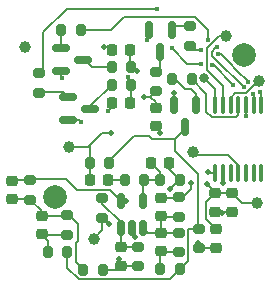
<source format=gbr>
%TF.GenerationSoftware,KiCad,Pcbnew,(6.0.1)*%
%TF.CreationDate,2023-03-20T17:12:11-07:00*%
%TF.ProjectId,NoteDetector,4e6f7465-4465-4746-9563-746f722e6b69,rev?*%
%TF.SameCoordinates,Original*%
%TF.FileFunction,Copper,L1,Top*%
%TF.FilePolarity,Positive*%
%FSLAX46Y46*%
G04 Gerber Fmt 4.6, Leading zero omitted, Abs format (unit mm)*
G04 Created by KiCad (PCBNEW (6.0.1)) date 2023-03-20 17:12:11*
%MOMM*%
%LPD*%
G01*
G04 APERTURE LIST*
G04 Aperture macros list*
%AMRoundRect*
0 Rectangle with rounded corners*
0 $1 Rounding radius*
0 $2 $3 $4 $5 $6 $7 $8 $9 X,Y pos of 4 corners*
0 Add a 4 corners polygon primitive as box body*
4,1,4,$2,$3,$4,$5,$6,$7,$8,$9,$2,$3,0*
0 Add four circle primitives for the rounded corners*
1,1,$1+$1,$2,$3*
1,1,$1+$1,$4,$5*
1,1,$1+$1,$6,$7*
1,1,$1+$1,$8,$9*
0 Add four rect primitives between the rounded corners*
20,1,$1+$1,$2,$3,$4,$5,0*
20,1,$1+$1,$4,$5,$6,$7,0*
20,1,$1+$1,$6,$7,$8,$9,0*
20,1,$1+$1,$8,$9,$2,$3,0*%
G04 Aperture macros list end*
%TA.AperFunction,ComponentPad*%
%ADD10C,2.000000*%
%TD*%
%TA.AperFunction,SMDPad,CuDef*%
%ADD11RoundRect,0.200000X0.275000X-0.200000X0.275000X0.200000X-0.275000X0.200000X-0.275000X-0.200000X0*%
%TD*%
%TA.AperFunction,SMDPad,CuDef*%
%ADD12RoundRect,0.225000X-0.250000X0.225000X-0.250000X-0.225000X0.250000X-0.225000X0.250000X0.225000X0*%
%TD*%
%TA.AperFunction,SMDPad,CuDef*%
%ADD13RoundRect,0.200000X-0.200000X-0.275000X0.200000X-0.275000X0.200000X0.275000X-0.200000X0.275000X0*%
%TD*%
%TA.AperFunction,SMDPad,CuDef*%
%ADD14RoundRect,0.200000X-0.275000X0.200000X-0.275000X-0.200000X0.275000X-0.200000X0.275000X0.200000X0*%
%TD*%
%TA.AperFunction,SMDPad,CuDef*%
%ADD15RoundRect,0.225000X0.250000X-0.225000X0.250000X0.225000X-0.250000X0.225000X-0.250000X-0.225000X0*%
%TD*%
%TA.AperFunction,SMDPad,CuDef*%
%ADD16C,1.000000*%
%TD*%
%TA.AperFunction,SMDPad,CuDef*%
%ADD17RoundRect,0.225000X-0.225000X-0.250000X0.225000X-0.250000X0.225000X0.250000X-0.225000X0.250000X0*%
%TD*%
%TA.AperFunction,SMDPad,CuDef*%
%ADD18RoundRect,0.225000X0.225000X0.250000X-0.225000X0.250000X-0.225000X-0.250000X0.225000X-0.250000X0*%
%TD*%
%TA.AperFunction,SMDPad,CuDef*%
%ADD19RoundRect,0.200000X0.200000X0.275000X-0.200000X0.275000X-0.200000X-0.275000X0.200000X-0.275000X0*%
%TD*%
%TA.AperFunction,SMDPad,CuDef*%
%ADD20RoundRect,0.150000X-0.150000X0.587500X-0.150000X-0.587500X0.150000X-0.587500X0.150000X0.587500X0*%
%TD*%
%TA.AperFunction,SMDPad,CuDef*%
%ADD21RoundRect,0.150000X-0.587500X-0.150000X0.587500X-0.150000X0.587500X0.150000X-0.587500X0.150000X0*%
%TD*%
%TA.AperFunction,SMDPad,CuDef*%
%ADD22RoundRect,0.150000X0.150000X-0.512500X0.150000X0.512500X-0.150000X0.512500X-0.150000X-0.512500X0*%
%TD*%
%TA.AperFunction,SMDPad,CuDef*%
%ADD23RoundRect,0.100000X0.100000X-0.637500X0.100000X0.637500X-0.100000X0.637500X-0.100000X-0.637500X0*%
%TD*%
%TA.AperFunction,ViaPad*%
%ADD24C,0.381000*%
%TD*%
%TA.AperFunction,ViaPad*%
%ADD25C,0.508000*%
%TD*%
%TA.AperFunction,ViaPad*%
%ADD26C,0.800000*%
%TD*%
%TA.AperFunction,Conductor*%
%ADD27C,0.152400*%
%TD*%
G04 APERTURE END LIST*
D10*
%TO.P,BT1,1,+*%
%TO.N,+BATT*%
X9599987Y7200017D03*
%TO.P,BT1,2,-*%
%TO.N,GND*%
X-6399991Y-4800011D03*
%TD*%
D11*
%TO.P,R7,1*%
%TO.N,/Midscale1*%
X4136384Y-6450000D03*
%TO.P,R7,2*%
%TO.N,+BATT*%
X4136384Y-4800000D03*
%TD*%
D12*
%TO.P,C8,1*%
%TO.N,Net-(C8-Pad1)*%
X-813616Y-9050000D03*
%TO.P,C8,2*%
%TO.N,Net-(C7-Pad1)*%
X-813616Y-10600000D03*
%TD*%
D13*
%TO.P,R11,1*%
%TO.N,Net-(C5-Pad2)*%
X-438616Y-3375000D03*
%TO.P,R11,2*%
%TO.N,Net-(C7-Pad2)*%
X1211384Y-3375000D03*
%TD*%
D11*
%TO.P,R20,1*%
%TO.N,Net-(C15-Pad1)*%
X2150000Y4175000D03*
%TO.P,R20,2*%
%TO.N,Net-(Q4-Pad3)*%
X2150000Y5825000D03*
%TD*%
D14*
%TO.P,R16,1*%
%TO.N,Net-(C8-Pad1)*%
X-2363616Y-4875000D03*
%TO.P,R16,2*%
%TO.N,/Audio_In*%
X-2363616Y-6525000D03*
%TD*%
D15*
%TO.P,C1,1*%
%TO.N,/Midscale2*%
X-10000000Y-4950000D03*
%TO.P,C1,2*%
%TO.N,+BATT*%
X-10000000Y-3400000D03*
%TD*%
D16*
%TO.P,J2,1,Pin_1*%
%TO.N,/Audio_In*%
X-3050000Y-8300000D03*
%TD*%
D17*
%TO.P,C5,1*%
%TO.N,/Audio_raw*%
X-3388616Y-3375000D03*
%TO.P,C5,2*%
%TO.N,Net-(C5-Pad2)*%
X-1838616Y-3375000D03*
%TD*%
D14*
%TO.P,R12,1*%
%TO.N,/gnd_switch*%
X5800000Y-7475000D03*
%TO.P,R12,2*%
%TO.N,Net-(C6-Pad2)*%
X5800000Y-9125000D03*
%TD*%
D16*
%TO.P,J1,1,Pin_1*%
%TO.N,/~{MCLR}*%
X5300000Y-1000000D03*
%TD*%
D12*
%TO.P,C12,1*%
%TO.N,+BATT*%
X7150000Y-4475000D03*
%TO.P,C12,2*%
%TO.N,GND*%
X7150000Y-6025000D03*
%TD*%
D13*
%TO.P,R17,1*%
%TO.N,Net-(Q3-Pad1)*%
X-5825000Y9350000D03*
%TO.P,R17,2*%
%TO.N,/PWM2*%
X-4175000Y9350000D03*
%TD*%
D11*
%TO.P,R14,1*%
%TO.N,Net-(C7-Pad1)*%
X686384Y-10650000D03*
%TO.P,R14,2*%
%TO.N,Net-(C8-Pad1)*%
X686384Y-9000000D03*
%TD*%
D18*
%TO.P,C7,1*%
%TO.N,Net-(C7-Pad1)*%
X3275000Y-1875000D03*
%TO.P,C7,2*%
%TO.N,Net-(C7-Pad2)*%
X1725000Y-1875000D03*
%TD*%
D19*
%TO.P,R15,1*%
%TO.N,Net-(C7-Pad1)*%
X-2313616Y-10975000D03*
%TO.P,R15,2*%
%TO.N,/Midscale2*%
X-3963616Y-10975000D03*
%TD*%
%TO.P,R18,1*%
%TO.N,Net-(C13-Pad1)*%
X75000Y4700000D03*
%TO.P,R18,2*%
%TO.N,Net-(Q2-Pad3)*%
X-1575000Y4700000D03*
%TD*%
D18*
%TO.P,C14,1*%
%TO.N,Net-(C14-Pad1)*%
X25000Y7700000D03*
%TO.P,C14,2*%
%TO.N,GND*%
X-1525000Y7700000D03*
%TD*%
D12*
%TO.P,C11,1*%
%TO.N,+BATT*%
X8650000Y-4475000D03*
%TO.P,C11,2*%
%TO.N,GND*%
X8650000Y-6025000D03*
%TD*%
D11*
%TO.P,R5,1*%
%TO.N,Net-(C2-Pad1)*%
X-5338616Y-8000000D03*
%TO.P,R5,2*%
%TO.N,/Midscale2*%
X-5338616Y-6350000D03*
%TD*%
D13*
%TO.P,R22,1*%
%TO.N,Net-(Q1-Pad1)*%
X3575000Y5200000D03*
%TO.P,R22,2*%
%TO.N,/AFE_En*%
X5225000Y5200000D03*
%TD*%
D11*
%TO.P,R4,1*%
%TO.N,/Midscale2*%
X-8500000Y-5000000D03*
%TO.P,R4,2*%
%TO.N,+BATT*%
X-8500000Y-3350000D03*
%TD*%
D15*
%TO.P,C2,1*%
%TO.N,Net-(C2-Pad1)*%
X-7500000Y-7950000D03*
%TO.P,C2,2*%
%TO.N,/Midscale2*%
X-7500000Y-6400000D03*
%TD*%
D13*
%TO.P,R3,1*%
%TO.N,/Audio_raw*%
X-3438616Y-1875000D03*
%TO.P,R3,2*%
%TO.N,/gnd_switch*%
X-1788616Y-1875000D03*
%TD*%
D16*
%TO.P,J3,1,Pin_1*%
%TO.N,/Audio_raw*%
X-5200000Y-550000D03*
%TD*%
D12*
%TO.P,C15,1*%
%TO.N,Net-(C15-Pad1)*%
X2150000Y2775000D03*
%TO.P,C15,2*%
%TO.N,GND*%
X2150000Y1225000D03*
%TD*%
D20*
%TO.P,Q4,1,G*%
%TO.N,Net-(Q4-Pad1)*%
X3500000Y9387500D03*
%TO.P,Q4,2,S*%
%TO.N,GND*%
X1600000Y9387500D03*
%TO.P,Q4,3,D*%
%TO.N,Net-(Q4-Pad3)*%
X2550000Y7512500D03*
%TD*%
D15*
%TO.P,C3,1*%
%TO.N,/Midscale1*%
X2636384Y-6400000D03*
%TO.P,C3,2*%
%TO.N,+BATT*%
X2636384Y-4850000D03*
%TD*%
D19*
%TO.P,R19,1*%
%TO.N,Net-(C14-Pad1)*%
X75000Y6200000D03*
%TO.P,R19,2*%
%TO.N,Net-(Q3-Pad3)*%
X-1575000Y6200000D03*
%TD*%
D11*
%TO.P,R21,1*%
%TO.N,/PWM3*%
X5100000Y8025000D03*
%TO.P,R21,2*%
%TO.N,Net-(Q4-Pad1)*%
X5100000Y9675000D03*
%TD*%
D21*
%TO.P,Q3,1,G*%
%TO.N,Net-(Q3-Pad1)*%
X-5887500Y7800000D03*
%TO.P,Q3,2,S*%
%TO.N,GND*%
X-5887500Y5900000D03*
%TO.P,Q3,3,D*%
%TO.N,Net-(Q3-Pad3)*%
X-4012500Y6850000D03*
%TD*%
D22*
%TO.P,U1,1*%
%TO.N,Net-(C8-Pad1)*%
X-813616Y-7387500D03*
%TO.P,U1,2,V-*%
%TO.N,Net-(C6-Pad2)*%
X136384Y-7387500D03*
%TO.P,U1,3,+*%
%TO.N,/Midscale1*%
X1086384Y-7387500D03*
%TO.P,U1,4,-*%
%TO.N,Net-(C7-Pad2)*%
X1086384Y-5112500D03*
%TO.P,U1,5,V+*%
%TO.N,+BATT*%
X-813616Y-5112500D03*
%TD*%
D18*
%TO.P,C13,1*%
%TO.N,Net-(C13-Pad1)*%
X25000Y3200000D03*
%TO.P,C13,2*%
%TO.N,GND*%
X-1525000Y3200000D03*
%TD*%
D11*
%TO.P,R8,1*%
%TO.N,Net-(C4-Pad1)*%
X4136384Y-9450000D03*
%TO.P,R8,2*%
%TO.N,/Midscale1*%
X4136384Y-7800000D03*
%TD*%
D21*
%TO.P,Q2,1,G*%
%TO.N,Net-(Q2-Pad1)*%
X-5237500Y3650000D03*
%TO.P,Q2,2,S*%
%TO.N,GND*%
X-5237500Y1750000D03*
%TO.P,Q2,3,D*%
%TO.N,Net-(Q2-Pad3)*%
X-3362500Y2700000D03*
%TD*%
D12*
%TO.P,C6,1*%
%TO.N,+BATT*%
X7300000Y-7525000D03*
%TO.P,C6,2*%
%TO.N,Net-(C6-Pad2)*%
X7300000Y-9075000D03*
%TD*%
D16*
%TO.P,J5,1,Pin_1*%
%TO.N,GND*%
X-8900000Y7950000D03*
%TD*%
D13*
%TO.P,R13,1*%
%TO.N,Net-(C7-Pad2)*%
X2561384Y-3375000D03*
%TO.P,R13,2*%
%TO.N,Net-(C7-Pad1)*%
X4211384Y-3375000D03*
%TD*%
D16*
%TO.P,J4,1,Pin_1*%
%TO.N,+BATT*%
X10700000Y-5300000D03*
%TD*%
%TO.P,J7,1,Pin_1*%
%TO.N,/ICSP_CLK*%
X10900000Y5000000D03*
%TD*%
D15*
%TO.P,C4,1*%
%TO.N,Net-(C4-Pad1)*%
X2636384Y-9400000D03*
%TO.P,C4,2*%
%TO.N,/Midscale1*%
X2636384Y-7850000D03*
%TD*%
D11*
%TO.P,R1,1*%
%TO.N,Net-(Q2-Pad1)*%
X-7700000Y4025000D03*
%TO.P,R1,2*%
%TO.N,/PWM1*%
X-7700000Y5675000D03*
%TD*%
D19*
%TO.P,R6,1*%
%TO.N,/gnd_switch*%
X4211384Y-10875000D03*
%TO.P,R6,2*%
%TO.N,Net-(C4-Pad1)*%
X2561384Y-10875000D03*
%TD*%
D20*
%TO.P,Q1,1,G*%
%TO.N,Net-(Q1-Pad1)*%
X5600000Y3037500D03*
%TO.P,Q1,2,S*%
%TO.N,GND*%
X3700000Y3037500D03*
%TO.P,Q1,3,D*%
%TO.N,/gnd_switch*%
X4650000Y1162500D03*
%TD*%
D23*
%TO.P,U2,1,VDD*%
%TO.N,+BATT*%
X7200000Y-2712500D03*
%TO.P,U2,2,RA5*%
%TO.N,/Audio_In*%
X7850000Y-2712500D03*
%TO.P,U2,3,RA4*%
%TO.N,unconnected-(U2-Pad3)*%
X8500000Y-2712500D03*
%TO.P,U2,4,~{MCLR}/VPP/RA3*%
%TO.N,/~{MCLR}*%
X9150000Y-2712500D03*
%TO.P,U2,5,RC5*%
%TO.N,unconnected-(U2-Pad5)*%
X9800000Y-2712500D03*
%TO.P,U2,6,RC4*%
%TO.N,unconnected-(U2-Pad6)*%
X10450000Y-2712500D03*
%TO.P,U2,7,RC3*%
%TO.N,unconnected-(U2-Pad7)*%
X11100000Y-2712500D03*
%TO.P,U2,8,RC2*%
%TO.N,/PWM3*%
X11100000Y3012500D03*
%TO.P,U2,9,RC1*%
%TO.N,/PWM2*%
X10450000Y3012500D03*
%TO.P,U2,10,RC0*%
%TO.N,/PWM1*%
X9800000Y3012500D03*
%TO.P,U2,11,RA2*%
%TO.N,/AFE_En*%
X9150000Y3012500D03*
%TO.P,U2,12,RA1/ICSPCLK*%
%TO.N,/ICSP_CLK*%
X8500000Y3012500D03*
%TO.P,U2,13,RA0/ICSPDAT*%
%TO.N,/ICSP_DAT*%
X7850000Y3012500D03*
%TO.P,U2,14,VSS*%
%TO.N,GND*%
X7200000Y3012500D03*
%TD*%
D16*
%TO.P,J6,1,Pin_1*%
%TO.N,/ICSP_DAT*%
X8100000Y8850000D03*
%TD*%
D19*
%TO.P,R2,1*%
%TO.N,/gnd_switch*%
X-5326116Y-9425000D03*
%TO.P,R2,2*%
%TO.N,Net-(C2-Pad1)*%
X-6976116Y-9425000D03*
%TD*%
D24*
%TO.N,GND*%
X-1850000Y2500000D03*
X-5800000Y5250000D03*
X1450000Y8500000D03*
D25*
X-2250000Y7900000D03*
D26*
X6224500Y5300000D03*
D25*
X2500000Y672334D03*
D24*
X-4200000Y1600000D03*
D25*
X7800000Y-6100000D03*
X3700000Y4000000D03*
D26*
X-8900000Y7950000D03*
D25*
%TO.N,+BATT*%
X-351116Y-5100000D03*
X5120300Y-3598080D03*
X6500000Y-3720300D03*
X6600000Y-2700000D03*
%TO.N,/Audio_In*%
X7894204Y-3574798D03*
X-1800000Y-7100000D03*
%TO.N,Net-(C6-Pad2)*%
X5700000Y-8650000D03*
X385746Y-8147003D03*
%TO.N,Net-(C7-Pad1)*%
X-950000Y-10050000D03*
X3400000Y-4100000D03*
D24*
%TO.N,/PWM3*%
X10959202Y4111968D03*
X6000000Y7700000D03*
X7400000Y7350000D03*
X10000000Y4950000D03*
%TO.N,/PWM2*%
X7327998Y7926019D03*
X10403481Y3944173D03*
X9637382Y4496689D03*
X6570346Y8529654D03*
%TO.N,/PWM1*%
X6033800Y6500000D03*
X8740774Y4699918D03*
X9800000Y2050000D03*
X3500000Y7800000D03*
X2300000Y11150000D03*
X6966200Y6350000D03*
D25*
%TO.N,/Audio_raw*%
X-1600000Y650000D03*
D24*
%TO.N,Net-(C13-Pad1)*%
X-208439Y5340929D03*
D25*
%TO.N,Net-(C14-Pad1)*%
X600000Y5900000D03*
%TO.N,Net-(C15-Pad1)*%
X1200000Y3700000D03*
%TD*%
D27*
%TO.N,/~{MCLR}*%
X9150000Y-2093652D02*
X9150000Y-2712500D01*
X8306348Y-1250000D02*
X9150000Y-2093652D01*
X5550000Y-1250000D02*
X8306348Y-1250000D01*
X5300000Y-1000000D02*
X5550000Y-1250000D01*
%TO.N,/gnd_switch*%
X5750000Y-2850000D02*
X5750000Y-7425000D01*
X3824565Y-924565D02*
X5750000Y-2850000D01*
X5750000Y-7425000D02*
X5800000Y-7475000D01*
X3824565Y142634D02*
X3824565Y-924565D01*
%TO.N,Net-(C7-Pad1)*%
X3275000Y-2438616D02*
X4211384Y-3375000D01*
X3275000Y-1875000D02*
X3275000Y-2438616D01*
%TO.N,Net-(C7-Pad2)*%
X2561384Y-2711384D02*
X2561384Y-3375000D01*
X1725000Y-1875000D02*
X2561384Y-2711384D01*
%TO.N,GND*%
X1600000Y9387500D02*
X1600000Y8650000D01*
X-5237500Y1750000D02*
X-4350000Y1750000D01*
X2150000Y1022334D02*
X2500000Y672334D01*
X-1525000Y3200000D02*
X-1525000Y2825000D01*
X7875000Y-6025000D02*
X7800000Y-6100000D01*
X7150000Y-6025000D02*
X7725000Y-6025000D01*
X-5887500Y5337500D02*
X-5800000Y5250000D01*
X-1525000Y2825000D02*
X-1850000Y2500000D01*
X7725000Y-6025000D02*
X7800000Y-6100000D01*
X-1725000Y7900000D02*
X-1525000Y7700000D01*
X-4350000Y1750000D02*
X-4200000Y1600000D01*
X1600000Y8650000D02*
X1450000Y8500000D01*
X3700000Y3037500D02*
X3700000Y4000000D01*
X8650000Y-6025000D02*
X7875000Y-6025000D01*
X6224500Y5300000D02*
X7200000Y4324500D01*
X-5887500Y5900000D02*
X-5887500Y5337500D01*
X-2250000Y7900000D02*
X-1725000Y7900000D01*
X7200000Y4324500D02*
X7200000Y3012500D01*
X2150000Y1225000D02*
X2150000Y1022334D01*
%TO.N,+BATT*%
X8650000Y-4475000D02*
X7175000Y-4475000D01*
X7150000Y-4475000D02*
X6399280Y-5225720D01*
X-9950000Y-3350000D02*
X-10000000Y-3400000D01*
X7200000Y-2712500D02*
X6612500Y-2712500D01*
X6399280Y-5225720D02*
X6399280Y-6624280D01*
X5120300Y-4128584D02*
X4448884Y-4800000D01*
X-5438616Y-3250000D02*
X-4489336Y-4199280D01*
X8650000Y-4475000D02*
X9475000Y-5300000D01*
X4448884Y-4800000D02*
X4136384Y-4800000D01*
X7150000Y-4475000D02*
X7150000Y-4370300D01*
X-1726836Y-4199280D02*
X-813616Y-5112500D01*
X7150000Y-4370300D02*
X6500000Y-3720300D01*
X-8400000Y-3250000D02*
X-5438616Y-3250000D01*
X-351116Y-5100000D02*
X-363616Y-5112500D01*
X-8500000Y-3350000D02*
X-9950000Y-3350000D01*
X6399280Y-6624280D02*
X7300000Y-7525000D01*
X-4489336Y-4199280D02*
X-1726836Y-4199280D01*
X4086384Y-4850000D02*
X4136384Y-4800000D01*
X-8500000Y-3350000D02*
X-8400000Y-3250000D01*
X5120300Y-3598080D02*
X5120300Y-4128584D01*
X2636384Y-4850000D02*
X4086384Y-4850000D01*
X-363616Y-5112500D02*
X-813616Y-5112500D01*
X6612500Y-2712500D02*
X6600000Y-2700000D01*
X9475000Y-5300000D02*
X10700000Y-5300000D01*
%TO.N,/Audio_In*%
X7894204Y-3574798D02*
X7894204Y-2756704D01*
X-2363616Y-6536384D02*
X-1800000Y-7100000D01*
X-2363616Y-7613616D02*
X-2363616Y-6525000D01*
X7894204Y-2756704D02*
X7850000Y-2712500D01*
X-2363616Y-6525000D02*
X-2363616Y-6536384D01*
X-3050000Y-8300000D02*
X-2363616Y-7613616D01*
%TO.N,Net-(C5-Pad2)*%
X-363616Y-3300000D02*
X-438616Y-3375000D01*
X-438616Y-3375000D02*
X-1838616Y-3375000D01*
%TO.N,/Midscale2*%
X-4614336Y-10324280D02*
X-4614336Y-8675720D01*
X-5388616Y-6400000D02*
X-5338616Y-6350000D01*
X-10000000Y-4950000D02*
X-8550000Y-4950000D01*
X-8550000Y-4950000D02*
X-8500000Y-5000000D01*
X-4450000Y-7071741D02*
X-5171741Y-6350000D01*
X-7500000Y-6400000D02*
X-5388616Y-6400000D01*
X-7500000Y-6000000D02*
X-8500000Y-5000000D01*
X-5171741Y-6350000D02*
X-5338616Y-6350000D01*
X-7500000Y-6400000D02*
X-7500000Y-6000000D01*
X-4450000Y-8511384D02*
X-4450000Y-7071741D01*
X-3963616Y-10975000D02*
X-4614336Y-10324280D01*
X-4614336Y-8675720D02*
X-4450000Y-8511384D01*
%TO.N,Net-(C2-Pad1)*%
X-6976116Y-8473884D02*
X-7500000Y-7950000D01*
X-5338616Y-8000000D02*
X-7450000Y-8000000D01*
X-7450000Y-8000000D02*
X-7500000Y-7950000D01*
X-6976116Y-9425000D02*
X-6976116Y-8473884D01*
%TO.N,Net-(C4-Pad1)*%
X4136384Y-9450000D02*
X2686384Y-9450000D01*
X2561384Y-9475000D02*
X2636384Y-9400000D01*
X2561384Y-10875000D02*
X2561384Y-9475000D01*
X2686384Y-9450000D02*
X2636384Y-9400000D01*
%TO.N,/AFE_En*%
X9150000Y2150000D02*
X8958080Y1958080D01*
X9150000Y3012500D02*
X9150000Y2150000D01*
X6450000Y2450000D02*
X6450000Y3975000D01*
X6450000Y3975000D02*
X5225000Y5200000D01*
X8958080Y1958080D02*
X6941920Y1958080D01*
X6941920Y1958080D02*
X6450000Y2450000D01*
%TO.N,Net-(C6-Pad2)*%
X385746Y-7636862D02*
X136384Y-7387500D01*
X385746Y-8147003D02*
X385746Y-7636862D01*
X5700000Y-8650000D02*
X5700000Y-9025000D01*
X5700000Y-9025000D02*
X5800000Y-9125000D01*
X7300000Y-9075000D02*
X5850000Y-9075000D01*
X5850000Y-9075000D02*
X5800000Y-9125000D01*
%TO.N,Net-(C7-Pad1)*%
X3400000Y-4100000D02*
X4125000Y-3375000D01*
X-2313616Y-10975000D02*
X-1188616Y-10975000D01*
X686384Y-10650000D02*
X-763616Y-10650000D01*
X4125000Y-3375000D02*
X4211384Y-3375000D01*
X-950000Y-10463616D02*
X-813616Y-10600000D01*
X-763616Y-10650000D02*
X-813616Y-10600000D01*
X-1188616Y-10975000D02*
X-813616Y-10600000D01*
X-950000Y-10050000D02*
X-950000Y-10463616D01*
%TO.N,Net-(C7-Pad2)*%
X1086384Y-3500000D02*
X1211384Y-3375000D01*
X1211384Y-3375000D02*
X2561384Y-3375000D01*
X1086384Y-5112500D02*
X1086384Y-3500000D01*
%TO.N,/PWM3*%
X5425000Y7700000D02*
X5100000Y8025000D01*
X6000000Y7700000D02*
X5425000Y7700000D01*
X9075694Y5924306D02*
X10000000Y5000000D01*
X11100000Y3971170D02*
X11100000Y3012500D01*
X9071569Y5924306D02*
X9075694Y5924306D01*
X7650000Y7350000D02*
X8324276Y6675724D01*
X8324276Y6671599D02*
X9071569Y5924306D01*
X8324276Y6675724D02*
X8324276Y6671599D01*
X10959202Y4111968D02*
X11100000Y3971170D01*
X10000000Y5000000D02*
X10000000Y4950000D01*
X7400000Y7350000D02*
X7650000Y7350000D01*
%TO.N,/PWM2*%
X7216211Y6883789D02*
X9603311Y4496689D01*
X-1650000Y9350000D02*
X-4175000Y9350000D01*
X7206888Y6883789D02*
X7216211Y6883789D01*
X10450000Y3012500D02*
X10450000Y4002310D01*
X7218190Y7816211D02*
X7206888Y7816211D01*
X6570346Y8529654D02*
X6570346Y9352423D01*
X9603311Y4496689D02*
X9637382Y4496689D01*
X6900000Y7190677D02*
X7206888Y6883789D01*
X6570346Y9352423D02*
X5472769Y10450000D01*
X7206888Y7816211D02*
X6900000Y7509323D01*
X7327998Y7926019D02*
X7218190Y7816211D01*
X5472769Y10450000D02*
X-550000Y10450000D01*
X-550000Y10450000D02*
X-1650000Y9350000D01*
X10450000Y4002310D02*
X10450000Y3990692D01*
X10450000Y3990692D02*
X10403481Y3944173D01*
X6900000Y7509323D02*
X6900000Y7190677D01*
%TO.N,/PWM1*%
X-5350000Y11150000D02*
X-7350000Y9150000D01*
X-7350000Y9150000D02*
X-7350000Y6025000D01*
X7090692Y6350000D02*
X6966200Y6350000D01*
X-7350000Y6025000D02*
X-7700000Y5675000D01*
X2300000Y11150000D02*
X-5350000Y11150000D01*
X8740774Y4699918D02*
X7090692Y6350000D01*
X4800000Y6500000D02*
X3500000Y7800000D01*
X9800000Y3012500D02*
X9800000Y2050000D01*
X6033800Y6500000D02*
X4800000Y6500000D01*
%TO.N,/Audio_raw*%
X-5200000Y-550000D02*
X-3613616Y-550000D01*
X-3388616Y-3375000D02*
X-3388616Y-1925000D01*
X-2413616Y650000D02*
X-3438616Y-375000D01*
X-3388616Y-1925000D02*
X-3438616Y-1875000D01*
X-3613616Y-550000D02*
X-3438616Y-375000D01*
X-3438616Y-1875000D02*
X-3438616Y-375000D01*
X-1600000Y650000D02*
X-2413616Y650000D01*
%TO.N,Net-(Q1-Pad1)*%
X3575000Y5200000D02*
X3800000Y5200000D01*
X5600000Y3897690D02*
X5600000Y3037500D01*
X5145770Y4351920D02*
X5600000Y3897690D01*
X4648080Y4351920D02*
X5145770Y4351920D01*
X3800000Y5200000D02*
X4648080Y4351920D01*
%TO.N,Net-(C8-Pad1)*%
X-813616Y-9050000D02*
X-813616Y-7387500D01*
X-763616Y-9000000D02*
X-813616Y-9050000D01*
X-2363616Y-4875000D02*
X-2363616Y-5377231D01*
X686384Y-9000000D02*
X-763616Y-9000000D01*
X-813616Y-6927231D02*
X-813616Y-7387500D01*
X-2363616Y-5377231D02*
X-813616Y-6927231D01*
%TO.N,/Midscale1*%
X4136384Y-7800000D02*
X2686384Y-7800000D01*
X2636384Y-6400000D02*
X2636384Y-7850000D01*
X1548884Y-7850000D02*
X2636384Y-7850000D01*
X2686384Y-6450000D02*
X2636384Y-6400000D01*
X2686384Y-7800000D02*
X2636384Y-7850000D01*
X1086384Y-7387500D02*
X1548884Y-7850000D01*
X4136384Y-6450000D02*
X2686384Y-6450000D01*
%TO.N,/ICSP_DAT*%
X7850000Y4630101D02*
X7850000Y3012500D01*
X8100000Y8850000D02*
X7550000Y8850000D01*
X7850000Y3631348D02*
X7850000Y3012500D01*
X7550000Y8850000D02*
X6500000Y7800000D01*
X6500000Y7800000D02*
X6500000Y5980101D01*
X6500000Y5980101D02*
X7850000Y4630101D01*
%TO.N,/ICSP_CLK*%
X8500000Y3631348D02*
X8500000Y3012500D01*
X9825720Y4025720D02*
X8894372Y4025720D01*
X10900000Y5000000D02*
X10800000Y5000000D01*
X10800000Y5000000D02*
X9825720Y4025720D01*
X8894372Y4025720D02*
X8500000Y3631348D01*
%TO.N,/gnd_switch*%
X312104Y375720D02*
X1608433Y375720D01*
X-1788616Y-1875000D02*
X-1788616Y-1725000D01*
X1608433Y375720D02*
X1841519Y142634D01*
X4887104Y-10199280D02*
X4211384Y-10875000D01*
X-1788616Y-1725000D02*
X-363616Y-300000D01*
X-5326116Y-10760269D02*
X-4336385Y-11750000D01*
X-363616Y-300000D02*
X312104Y375720D01*
X1841519Y142634D02*
X3824565Y142634D01*
X-5326116Y-9425000D02*
X-5326116Y-10760269D01*
X-4336385Y-11750000D02*
X3336384Y-11750000D01*
X4650000Y1162500D02*
X4650000Y968069D01*
X5800000Y-7475000D02*
X4899208Y-7475000D01*
X4899208Y-7475000D02*
X4887104Y-7462896D01*
X3336384Y-11750000D02*
X4211384Y-10875000D01*
X4650000Y968069D02*
X3824565Y142634D01*
X4887104Y-7462896D02*
X4887104Y-10199280D01*
%TO.N,Net-(Q3-Pad3)*%
X-3250000Y6200000D02*
X-1575000Y6200000D01*
X-4012500Y6850000D02*
X-3900000Y6850000D01*
X-3900000Y6850000D02*
X-3250000Y6200000D01*
%TO.N,Net-(C13-Pad1)*%
X75000Y4700000D02*
X75000Y3250000D01*
X-208439Y5340929D02*
X-208439Y4983439D01*
X-208439Y4983439D02*
X75000Y4700000D01*
X75000Y3250000D02*
X25000Y3200000D01*
%TO.N,Net-(C14-Pad1)*%
X25000Y7700000D02*
X25000Y6250000D01*
X375000Y5900000D02*
X75000Y6200000D01*
X25000Y6250000D02*
X75000Y6200000D01*
X600000Y5900000D02*
X375000Y5900000D01*
%TO.N,Net-(C15-Pad1)*%
X1675000Y3700000D02*
X2150000Y4175000D01*
X2150000Y3225000D02*
X1675000Y3700000D01*
X2150000Y2775000D02*
X2150000Y3225000D01*
X1200000Y3700000D02*
X1675000Y3700000D01*
%TO.N,Net-(Q2-Pad3)*%
X-1575000Y4700000D02*
X-3362500Y2912500D01*
X-3362500Y2912500D02*
X-3362500Y2700000D01*
%TO.N,Net-(Q4-Pad3)*%
X2550000Y7512500D02*
X2550000Y6225000D01*
X2550000Y6225000D02*
X2150000Y5825000D01*
%TO.N,Net-(Q2-Pad1)*%
X-5662500Y4075000D02*
X-5237500Y3650000D01*
X-7650000Y4075000D02*
X-5662500Y4075000D01*
%TO.N,Net-(Q3-Pad1)*%
X-5825000Y9350000D02*
X-5825000Y7862500D01*
X-5825000Y7862500D02*
X-5887500Y7800000D01*
%TO.N,Net-(Q4-Pad1)*%
X5075000Y9650000D02*
X5100000Y9675000D01*
X3762500Y9650000D02*
X5075000Y9650000D01*
X3500000Y9387500D02*
X3762500Y9650000D01*
%TD*%
M02*

</source>
